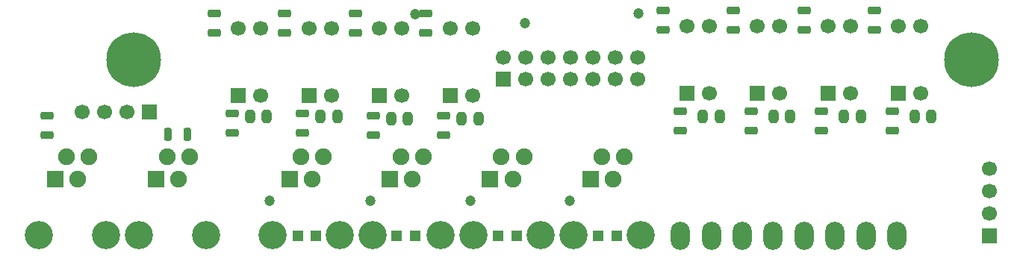
<source format=gbr>
%FSTAX42Y42*%
%MOMM*%
%SFA1B1*%

%IPPOS*%
%AMD34*
4,1,8,0.749300,-0.170180,0.749300,0.170180,0.469900,0.449580,-0.469900,0.449580,-0.749300,0.170180,-0.749300,-0.170180,-0.469900,-0.449580,0.469900,-0.449580,0.749300,-0.170180,0.0*
1,1,0.560000,0.469900,-0.170180*
1,1,0.560000,0.469900,0.170180*
1,1,0.560000,-0.469900,0.170180*
1,1,0.560000,-0.469900,-0.170180*
%
%AMD35*
4,1,8,0.220980,0.749300,-0.220980,0.749300,-0.551180,0.419100,-0.551180,-0.419100,-0.220980,-0.749300,0.220980,-0.749300,0.551180,-0.419100,0.551180,0.419100,0.220980,0.749300,0.0*
1,1,0.660000,0.220980,0.419100*
1,1,0.660000,-0.220980,0.419100*
1,1,0.660000,-0.220980,-0.419100*
1,1,0.660000,0.220980,-0.419100*
%
%AMD36*
4,1,8,0.170180,0.749300,-0.170180,0.749300,-0.449580,0.469900,-0.449580,-0.469900,-0.170180,-0.749300,0.170180,-0.749300,0.449580,-0.469900,0.449580,0.469900,0.170180,0.749300,0.0*
1,1,0.560000,0.170180,0.469900*
1,1,0.560000,-0.170180,0.469900*
1,1,0.560000,-0.170180,-0.469900*
1,1,0.560000,0.170180,-0.469900*
%
%ADD26C,1.699997*%
%ADD28R,1.699997X1.699997*%
%ADD33R,1.199998X1.199998*%
G04~CAMADD=34~8~0.0~0.0~354.3~590.6~110.2~0.0~15~0.0~0.0~0.0~0.0~0~0.0~0.0~0.0~0.0~0~0.0~0.0~0.0~270.0~590.0~354.0*
%ADD34D34*%
G04~CAMADD=35~8~0.0~0.0~433.1~590.6~129.9~0.0~15~0.0~0.0~0.0~0.0~0~0.0~0.0~0.0~0.0~0~0.0~0.0~0.0~0.0~433.1~590.6*
%ADD35D35*%
G04~CAMADD=36~8~0.0~0.0~354.3~590.6~110.2~0.0~15~0.0~0.0~0.0~0.0~0~0.0~0.0~0.0~0.0~0~0.0~0.0~0.0~0.0~354.3~590.6*
%ADD36D36*%
%ADD37C,6.199988*%
%ADD38C,1.699997*%
%ADD39R,1.699997X1.699997*%
%ADD40R,1.699997X1.699997*%
%ADD41C,1.899996*%
%ADD42C,3.199994*%
%ADD43R,1.899996X1.899996*%
%ADD44O,2.199996X3.199994*%
%ADD45C,1.199998*%
%LNpcb_monitoring_top_front-1*%
%LPD*%
G54D26*
X-010086Y-000599D03*
X-009832D03*
X-009578D03*
X000199Y-001237D03*
Y-001491D03*
Y-001745D03*
X-005311Y000026D03*
X-005057D03*
X-004803D03*
X-004549D03*
X-004295D03*
X-004041D03*
X-003787D03*
Y-000226D03*
X-004295D03*
X-004803D03*
X-005057D03*
X-004549D03*
X-004041D03*
G54D28*
X-009324Y-000599D03*
X-005311Y-000226D03*
G54D33*
X-007431Y-002001D03*
X-007641D03*
X-006306D03*
X-006516D03*
X-005156D03*
X-005366D03*
X-004026D03*
X-004236D03*
G54D34*
X-008386Y-000836D03*
Y-000616D03*
X-007586Y-000836D03*
Y-000616D03*
X-008588Y0003D03*
Y000519D03*
X-007788Y0003D03*
Y000519D03*
X-006988Y0003D03*
Y000519D03*
X-006786Y-000861D03*
Y-000641D03*
X-006189Y0003D03*
Y000519D03*
X-005987Y-000859D03*
Y-000639D03*
X-010481Y-000637D03*
Y-000856D03*
X-003499Y000339D03*
Y000559D03*
X-002699Y000339D03*
Y000559D03*
X-001899Y000339D03*
Y000559D03*
X-001099Y000339D03*
Y000559D03*
X-003299Y-000809D03*
Y-000589D03*
X-002499Y-000809D03*
Y-000589D03*
X-001699Y-000809D03*
Y-000589D03*
X-000899Y-000809D03*
Y-000589D03*
G54D35*
X-007991Y-000651D03*
X-008181D03*
X-007191D03*
X-007381D03*
X-006391Y-000676D03*
X-006581D03*
X-005591D03*
X-005781D03*
X-000454Y-000649D03*
X-000644D03*
X-001254D03*
X-001444D03*
X-002054D03*
X-002244D03*
X-002854D03*
X-003044D03*
G54D36*
X-00889Y-000849D03*
X-009109D03*
G54D37*
X-009499Y0D03*
X0D03*
G54D38*
X-000572Y000381D03*
X-000826D03*
X-000572Y-000381D03*
X-001372Y000381D03*
X-001626D03*
X-001372Y-000381D03*
X-002172Y000381D03*
X-002426D03*
X-002172Y-000381D03*
X-002972Y000381D03*
X-003226D03*
X-002972Y-000381D03*
X-008059Y000353D03*
X-008313D03*
X-008059Y-000407D03*
X-007259Y000353D03*
X-007513D03*
X-007259Y-000407D03*
X-005659Y000353D03*
X-005913D03*
X-005659Y-000407D03*
X-006459Y000353D03*
X-006713D03*
X-006459Y-000407D03*
G54D39*
X-000826Y-000381D03*
X-001626D03*
X-002426D03*
X-003226D03*
X-008313Y-000407D03*
X-007513D03*
X-005913D03*
X-006713D03*
G54D40*
X000199Y-001999D03*
G54D41*
X-007353Y-001101D03*
X-00748Y-001355D03*
X-007607Y-001101D03*
X-006467D03*
X-00634Y-001355D03*
X-006213Y-001101D03*
X-005075D03*
X-005202Y-001355D03*
X-00533Y-001101D03*
X-004195D03*
X-004068Y-001355D03*
X-003941Y-001101D03*
X-008868Y-001104D03*
X-008995Y-001358D03*
X-009122Y-001104D03*
X-01026D03*
X-010132Y-001358D03*
X-010006Y-001104D03*
G54D42*
X-007927Y-001991D03*
X-00716D03*
X-006021D03*
X-006787D03*
X-005649D03*
X-004883D03*
X-003748D03*
X-004514D03*
X-009442Y-001993D03*
X-008675D03*
X-009813D03*
X-010579D03*
G54D43*
X-007734Y-001355D03*
X-006594D03*
X-005457D03*
X-004321D03*
X-009249Y-001358D03*
X-010387D03*
G54D44*
X-000848Y-002001D03*
X-001198D03*
X-001548D03*
X-001899D03*
X-002249D03*
X-002599D03*
X-002949D03*
X-003298D03*
G54D45*
X-007961Y-001601D03*
X-006817Y-001607D03*
X-005684Y-001604D03*
X-004559Y-001601D03*
X-005059Y000411D03*
X-006307Y000511D03*
X-003774Y000521D03*
M02*
</source>
